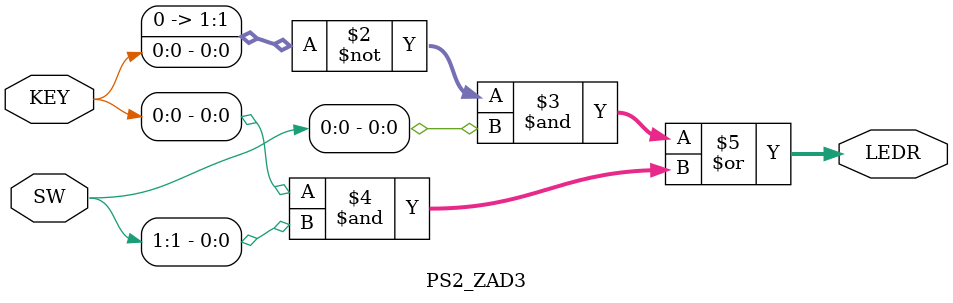
<source format=v>
module PS2_ZAD3(
     input [1:0] SW,
     input [1:0] KEY,
     output [1:0] LEDR);
        assign LEDR = (~KEY[0] & SW[0]) | (KEY[0] & SW[1]);
endmodule

</source>
